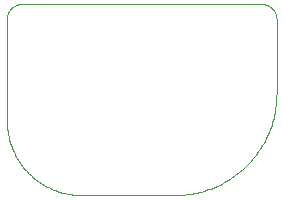
<source format=gko>
G75*
%MOIN*%
%OFA0B0*%
%FSLAX25Y25*%
%IPPOS*%
%LPD*%
%AMOC8*
5,1,8,0,0,1.08239X$1,22.5*
%
%ADD10C,0.00000*%
D10*
X0026600Y0013809D02*
X0057514Y0013809D01*
X0026600Y0013809D02*
X0025996Y0013816D01*
X0025392Y0013838D01*
X0024789Y0013875D01*
X0024187Y0013926D01*
X0023587Y0013991D01*
X0022988Y0014071D01*
X0022391Y0014166D01*
X0021797Y0014275D01*
X0021205Y0014398D01*
X0020617Y0014535D01*
X0020032Y0014687D01*
X0019451Y0014853D01*
X0018875Y0015033D01*
X0018302Y0015226D01*
X0017735Y0015434D01*
X0017173Y0015655D01*
X0016616Y0015889D01*
X0016065Y0016137D01*
X0015520Y0016398D01*
X0014982Y0016673D01*
X0014450Y0016960D01*
X0013926Y0017260D01*
X0013409Y0017572D01*
X0012900Y0017897D01*
X0012398Y0018234D01*
X0011905Y0018584D01*
X0011421Y0018945D01*
X0010945Y0019317D01*
X0010479Y0019701D01*
X0010022Y0020096D01*
X0009575Y0020502D01*
X0009137Y0020919D01*
X0008710Y0021346D01*
X0008293Y0021784D01*
X0007887Y0022231D01*
X0007492Y0022688D01*
X0007108Y0023154D01*
X0006736Y0023630D01*
X0006375Y0024114D01*
X0006025Y0024607D01*
X0005688Y0025109D01*
X0005363Y0025618D01*
X0005051Y0026135D01*
X0004751Y0026659D01*
X0004464Y0027191D01*
X0004189Y0027729D01*
X0003928Y0028274D01*
X0003680Y0028825D01*
X0003446Y0029382D01*
X0003225Y0029944D01*
X0003017Y0030511D01*
X0002824Y0031084D01*
X0002644Y0031660D01*
X0002478Y0032241D01*
X0002326Y0032826D01*
X0002189Y0033414D01*
X0002066Y0034006D01*
X0001957Y0034600D01*
X0001862Y0035197D01*
X0001782Y0035796D01*
X0001717Y0036396D01*
X0001666Y0036998D01*
X0001629Y0037601D01*
X0001607Y0038205D01*
X0001600Y0038809D01*
X0001600Y0072510D01*
X0001602Y0072650D01*
X0001608Y0072790D01*
X0001618Y0072930D01*
X0001631Y0073070D01*
X0001649Y0073209D01*
X0001671Y0073348D01*
X0001696Y0073485D01*
X0001725Y0073623D01*
X0001758Y0073759D01*
X0001795Y0073894D01*
X0001836Y0074028D01*
X0001881Y0074161D01*
X0001929Y0074293D01*
X0001981Y0074423D01*
X0002036Y0074552D01*
X0002095Y0074679D01*
X0002158Y0074805D01*
X0002224Y0074929D01*
X0002293Y0075050D01*
X0002366Y0075170D01*
X0002443Y0075288D01*
X0002522Y0075403D01*
X0002605Y0075517D01*
X0002691Y0075627D01*
X0002780Y0075736D01*
X0002872Y0075842D01*
X0002967Y0075945D01*
X0003064Y0076046D01*
X0003165Y0076143D01*
X0003268Y0076238D01*
X0003374Y0076330D01*
X0003483Y0076419D01*
X0003593Y0076505D01*
X0003707Y0076588D01*
X0003822Y0076667D01*
X0003940Y0076744D01*
X0004060Y0076817D01*
X0004181Y0076886D01*
X0004305Y0076952D01*
X0004431Y0077015D01*
X0004558Y0077074D01*
X0004687Y0077129D01*
X0004817Y0077181D01*
X0004949Y0077229D01*
X0005082Y0077274D01*
X0005216Y0077315D01*
X0005351Y0077352D01*
X0005487Y0077385D01*
X0005625Y0077414D01*
X0005762Y0077439D01*
X0005901Y0077461D01*
X0006040Y0077479D01*
X0006180Y0077492D01*
X0006320Y0077502D01*
X0006460Y0077508D01*
X0006600Y0077510D01*
X0086521Y0077510D01*
X0086661Y0077508D01*
X0086801Y0077502D01*
X0086941Y0077492D01*
X0087081Y0077479D01*
X0087220Y0077461D01*
X0087359Y0077439D01*
X0087496Y0077414D01*
X0087634Y0077385D01*
X0087770Y0077352D01*
X0087905Y0077315D01*
X0088039Y0077274D01*
X0088172Y0077229D01*
X0088304Y0077181D01*
X0088434Y0077129D01*
X0088563Y0077074D01*
X0088690Y0077015D01*
X0088816Y0076952D01*
X0088940Y0076886D01*
X0089061Y0076817D01*
X0089181Y0076744D01*
X0089299Y0076667D01*
X0089414Y0076588D01*
X0089528Y0076505D01*
X0089638Y0076419D01*
X0089747Y0076330D01*
X0089853Y0076238D01*
X0089956Y0076143D01*
X0090057Y0076046D01*
X0090154Y0075945D01*
X0090249Y0075842D01*
X0090341Y0075736D01*
X0090430Y0075627D01*
X0090516Y0075517D01*
X0090599Y0075403D01*
X0090678Y0075288D01*
X0090755Y0075170D01*
X0090828Y0075050D01*
X0090897Y0074929D01*
X0090963Y0074805D01*
X0091026Y0074679D01*
X0091085Y0074552D01*
X0091140Y0074423D01*
X0091192Y0074293D01*
X0091240Y0074161D01*
X0091285Y0074028D01*
X0091326Y0073894D01*
X0091363Y0073759D01*
X0091396Y0073623D01*
X0091425Y0073485D01*
X0091450Y0073348D01*
X0091472Y0073209D01*
X0091490Y0073070D01*
X0091503Y0072930D01*
X0091513Y0072790D01*
X0091519Y0072650D01*
X0091521Y0072510D01*
X0091521Y0047817D01*
X0091522Y0047817D02*
X0091512Y0046995D01*
X0091482Y0046174D01*
X0091433Y0045354D01*
X0091363Y0044535D01*
X0091274Y0043718D01*
X0091165Y0042903D01*
X0091037Y0042092D01*
X0090888Y0041283D01*
X0090721Y0040479D01*
X0090534Y0039678D01*
X0090327Y0038883D01*
X0090102Y0038093D01*
X0089858Y0037308D01*
X0089594Y0036529D01*
X0089312Y0035758D01*
X0089011Y0034993D01*
X0088692Y0034235D01*
X0088355Y0033486D01*
X0088000Y0032745D01*
X0087627Y0032013D01*
X0087236Y0031290D01*
X0086828Y0030576D01*
X0086403Y0029873D01*
X0085961Y0029180D01*
X0085502Y0028498D01*
X0085027Y0027828D01*
X0084536Y0027169D01*
X0084029Y0026522D01*
X0083507Y0025887D01*
X0082969Y0025266D01*
X0082417Y0024657D01*
X0081850Y0024062D01*
X0081269Y0023481D01*
X0080674Y0022914D01*
X0080065Y0022362D01*
X0079444Y0021824D01*
X0078809Y0021302D01*
X0078162Y0020795D01*
X0077503Y0020304D01*
X0076833Y0019829D01*
X0076151Y0019370D01*
X0075458Y0018928D01*
X0074755Y0018503D01*
X0074041Y0018095D01*
X0073318Y0017704D01*
X0072586Y0017331D01*
X0071845Y0016976D01*
X0071096Y0016639D01*
X0070338Y0016320D01*
X0069573Y0016019D01*
X0068802Y0015737D01*
X0068023Y0015473D01*
X0067238Y0015229D01*
X0066448Y0015004D01*
X0065653Y0014797D01*
X0064852Y0014610D01*
X0064048Y0014443D01*
X0063239Y0014294D01*
X0062428Y0014166D01*
X0061613Y0014057D01*
X0060796Y0013968D01*
X0059977Y0013898D01*
X0059157Y0013849D01*
X0058336Y0013819D01*
X0057514Y0013809D01*
M02*

</source>
